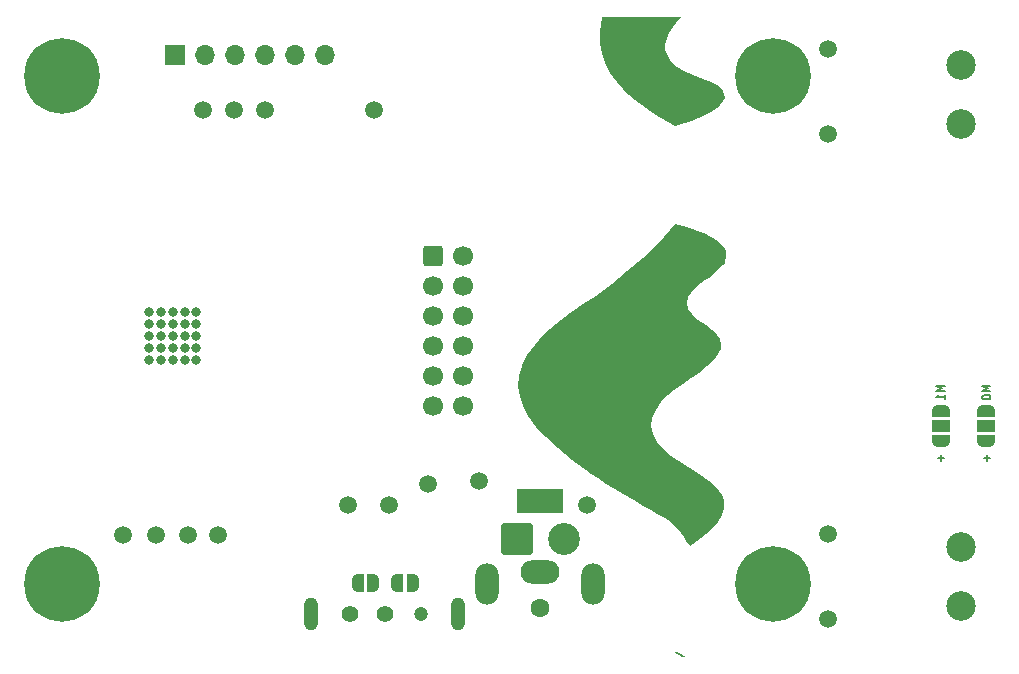
<source format=gbr>
G04 #@! TF.GenerationSoftware,KiCad,Pcbnew,(6.0.9-0)*
G04 #@! TF.CreationDate,2022-12-09T10:21:35+01:00*
G04 #@! TF.ProjectId,muVox,6d75566f-782e-46b6-9963-61645f706362,rc1*
G04 #@! TF.SameCoordinates,Original*
G04 #@! TF.FileFunction,Soldermask,Bot*
G04 #@! TF.FilePolarity,Negative*
%FSLAX46Y46*%
G04 Gerber Fmt 4.6, Leading zero omitted, Abs format (unit mm)*
G04 Created by KiCad (PCBNEW (6.0.9-0)) date 2022-12-09 10:21:35*
%MOMM*%
%LPD*%
G01*
G04 APERTURE LIST*
G04 Aperture macros list*
%AMRoundRect*
0 Rectangle with rounded corners*
0 $1 Rounding radius*
0 $2 $3 $4 $5 $6 $7 $8 $9 X,Y pos of 4 corners*
0 Add a 4 corners polygon primitive as box body*
4,1,4,$2,$3,$4,$5,$6,$7,$8,$9,$2,$3,0*
0 Add four circle primitives for the rounded corners*
1,1,$1+$1,$2,$3*
1,1,$1+$1,$4,$5*
1,1,$1+$1,$6,$7*
1,1,$1+$1,$8,$9*
0 Add four rect primitives between the rounded corners*
20,1,$1+$1,$2,$3,$4,$5,0*
20,1,$1+$1,$4,$5,$6,$7,0*
20,1,$1+$1,$6,$7,$8,$9,0*
20,1,$1+$1,$8,$9,$2,$3,0*%
%AMFreePoly0*
4,1,22,0.500000,-0.750000,0.000000,-0.750000,0.000000,-0.745033,-0.079941,-0.743568,-0.215256,-0.701293,-0.333266,-0.622738,-0.424486,-0.514219,-0.481581,-0.384460,-0.499164,-0.250000,-0.500000,-0.250000,-0.500000,0.250000,-0.499164,0.250000,-0.499963,0.256109,-0.478152,0.396186,-0.417904,0.524511,-0.324060,0.630769,-0.204165,0.706417,-0.067858,0.745374,0.000000,0.744959,0.000000,0.750000,
0.500000,0.750000,0.500000,-0.750000,0.500000,-0.750000,$1*%
%AMFreePoly1*
4,1,20,0.000000,0.744959,0.073905,0.744508,0.209726,0.703889,0.328688,0.626782,0.421226,0.519385,0.479903,0.390333,0.500000,0.250000,0.500000,-0.250000,0.499851,-0.262216,0.476331,-0.402017,0.414519,-0.529596,0.319384,-0.634700,0.198574,-0.708877,0.061801,-0.746166,0.000000,-0.745033,0.000000,-0.750000,-0.500000,-0.750000,-0.500000,0.750000,0.000000,0.750000,0.000000,0.744959,
0.000000,0.744959,$1*%
%AMFreePoly2*
4,1,22,0.550000,-0.750000,0.000000,-0.750000,0.000000,-0.745033,-0.079941,-0.743568,-0.215256,-0.701293,-0.333266,-0.622738,-0.424486,-0.514219,-0.481581,-0.384460,-0.499164,-0.250000,-0.500000,-0.250000,-0.500000,0.250000,-0.499164,0.250000,-0.499963,0.256109,-0.478152,0.396186,-0.417904,0.524511,-0.324060,0.630769,-0.204165,0.706417,-0.067858,0.745374,0.000000,0.744959,0.000000,0.750000,
0.550000,0.750000,0.550000,-0.750000,0.550000,-0.750000,$1*%
%AMFreePoly3*
4,1,20,0.000000,0.744959,0.073905,0.744508,0.209726,0.703889,0.328688,0.626782,0.421226,0.519385,0.479903,0.390333,0.500000,0.250000,0.500000,-0.250000,0.499851,-0.262216,0.476331,-0.402017,0.414519,-0.529596,0.319384,-0.634700,0.198574,-0.708877,0.061801,-0.746166,0.000000,-0.745033,0.000000,-0.750000,-0.550000,-0.750000,-0.550000,0.750000,0.000000,0.750000,0.000000,0.744959,
0.000000,0.744959,$1*%
G04 Aperture macros list end*
%ADD10C,0.175000*%
%ADD11C,1.600000*%
%ADD12R,4.000000X2.000000*%
%ADD13O,3.300000X2.000000*%
%ADD14O,2.000000X3.500000*%
%ADD15RoundRect,0.250000X-0.600000X-0.600000X0.600000X-0.600000X0.600000X0.600000X-0.600000X0.600000X0*%
%ADD16C,1.700000*%
%ADD17C,6.400000*%
%ADD18C,2.500000*%
%ADD19RoundRect,0.250001X-1.099999X-1.099999X1.099999X-1.099999X1.099999X1.099999X-1.099999X1.099999X0*%
%ADD20C,2.700000*%
%ADD21R,1.700000X1.700000*%
%ADD22O,1.700000X1.700000*%
%ADD23C,1.400000*%
%ADD24C,1.200000*%
%ADD25O,1.208000X2.800000*%
%ADD26C,0.800000*%
%ADD27C,1.500000*%
%ADD28FreePoly0,0.000000*%
%ADD29FreePoly1,0.000000*%
%ADD30FreePoly2,270.000000*%
%ADD31R,1.500000X1.000000*%
%ADD32FreePoly3,270.000000*%
%ADD33FreePoly2,90.000000*%
%ADD34FreePoly3,90.000000*%
%ADD35FreePoly0,180.000000*%
%ADD36FreePoly1,180.000000*%
G04 APERTURE END LIST*
D10*
X153491666Y-139008333D02*
X152791666Y-139008333D01*
X153291666Y-139241666D01*
X152791666Y-139475000D01*
X153491666Y-139475000D01*
X153491666Y-140175000D02*
X153491666Y-139775000D01*
X153491666Y-139975000D02*
X152791666Y-139975000D01*
X152891666Y-139908333D01*
X152958333Y-139841666D01*
X152991666Y-139775000D01*
X153175000Y-144883333D02*
X153175000Y-145416666D01*
X153441666Y-145150000D02*
X152908333Y-145150000D01*
X157100000Y-144883333D02*
X157100000Y-145416666D01*
X157366666Y-145150000D02*
X156833333Y-145150000D01*
X157366666Y-139008333D02*
X156666666Y-139008333D01*
X157166666Y-139241666D01*
X156666666Y-139475000D01*
X157366666Y-139475000D01*
X156666666Y-139941666D02*
X156666666Y-140008333D01*
X156700000Y-140075000D01*
X156733333Y-140108333D01*
X156800000Y-140141666D01*
X156933333Y-140175000D01*
X157100000Y-140175000D01*
X157233333Y-140141666D01*
X157300000Y-140108333D01*
X157333333Y-140075000D01*
X157366666Y-140008333D01*
X157366666Y-139941666D01*
X157333333Y-139875000D01*
X157300000Y-139841666D01*
X157233333Y-139808333D01*
X157100000Y-139775000D01*
X156933333Y-139775000D01*
X156800000Y-139808333D01*
X156733333Y-139841666D01*
X156700000Y-139875000D01*
X156666666Y-139941666D01*
G36*
X131662578Y-125593863D02*
G01*
X132348110Y-125799515D01*
X133162688Y-126113043D01*
X133852192Y-126462629D01*
X134397946Y-126836909D01*
X134781273Y-127224524D01*
X134983496Y-127614110D01*
X135014985Y-127883944D01*
X134979028Y-128206410D01*
X134977151Y-128213130D01*
X134919077Y-128429915D01*
X134895015Y-128536996D01*
X134878718Y-128579862D01*
X134745838Y-128747935D01*
X134508905Y-128992238D01*
X134203831Y-129279574D01*
X133866526Y-129576751D01*
X133532902Y-129850574D01*
X133238869Y-130067849D01*
X132903697Y-130308434D01*
X132387983Y-130745109D01*
X132007536Y-131163667D01*
X131788316Y-131537805D01*
X131698582Y-132021927D01*
X131802903Y-132503175D01*
X132104558Y-132976621D01*
X132604424Y-133443636D01*
X133303379Y-133905590D01*
X133439259Y-133990894D01*
X133807407Y-134271345D01*
X134122728Y-134570626D01*
X134219956Y-134684778D01*
X134468946Y-135083843D01*
X134570085Y-135487667D01*
X134517756Y-135905673D01*
X134306340Y-136347286D01*
X133930218Y-136821932D01*
X133383772Y-137339036D01*
X132661384Y-137908022D01*
X131757434Y-138538315D01*
X131696133Y-138579331D01*
X131100540Y-138995064D01*
X130552492Y-139407046D01*
X130093708Y-139782774D01*
X129765911Y-140089748D01*
X129494659Y-140395413D01*
X129020901Y-141086581D01*
X128746259Y-141769711D01*
X128670162Y-142442685D01*
X128792038Y-143103387D01*
X129111317Y-143749700D01*
X129627427Y-144379509D01*
X130339797Y-144990696D01*
X131247856Y-145581145D01*
X132177593Y-146133002D01*
X132954368Y-146633259D01*
X133575320Y-147084648D01*
X134055487Y-147500204D01*
X134409907Y-147892965D01*
X134653616Y-148275969D01*
X134801651Y-148662253D01*
X134829201Y-148780225D01*
X134847073Y-149351671D01*
X134672972Y-149931543D01*
X134304696Y-150524977D01*
X133740039Y-151137115D01*
X133697209Y-151177020D01*
X133299897Y-151526241D01*
X132873353Y-151872413D01*
X132502840Y-152146007D01*
X131908297Y-152551349D01*
X131726656Y-152309196D01*
X131605523Y-152136357D01*
X131407174Y-151834563D01*
X131195015Y-151497322D01*
X130980217Y-151185934D01*
X130681500Y-150857907D01*
X130299051Y-150542819D01*
X129798385Y-150212790D01*
X129145015Y-149839939D01*
X128617358Y-149545619D01*
X127945042Y-149157808D01*
X127198045Y-148716916D01*
X126411908Y-148244643D01*
X125622171Y-147762691D01*
X124864373Y-147292759D01*
X124174055Y-146856550D01*
X123586757Y-146475762D01*
X123138019Y-146172096D01*
X121937525Y-145294272D01*
X120737217Y-144321335D01*
X119726459Y-143382508D01*
X118902193Y-142472823D01*
X118261357Y-141587316D01*
X117800892Y-140721018D01*
X117517738Y-139868963D01*
X117408834Y-139026184D01*
X117471120Y-138187715D01*
X117701536Y-137348589D01*
X117725258Y-137286311D01*
X118153324Y-136428072D01*
X118774711Y-135551459D01*
X119584497Y-134661391D01*
X120577758Y-133762787D01*
X121749572Y-132860568D01*
X123095015Y-131959650D01*
X123951541Y-131395480D01*
X125290576Y-130420596D01*
X126641041Y-129334672D01*
X127955145Y-128178534D01*
X129185100Y-126993006D01*
X130283117Y-125818916D01*
X130706057Y-125338268D01*
X131662578Y-125593863D01*
G37*
G36*
X130685251Y-161519463D02*
G01*
X130873953Y-161586828D01*
X131146079Y-161709397D01*
X131193946Y-161732799D01*
X131429162Y-161860639D01*
X131496591Y-161934759D01*
X131412722Y-161971362D01*
X131255282Y-161944850D01*
X131035671Y-161850554D01*
X130818176Y-161723744D01*
X130663951Y-161600209D01*
X130634153Y-161515738D01*
X130685251Y-161519463D01*
G37*
G36*
X130746291Y-108332564D02*
G01*
X130533761Y-108604485D01*
X130184687Y-109130605D01*
X129962992Y-109616888D01*
X129843095Y-110113782D01*
X129831654Y-110196540D01*
X129819842Y-110496481D01*
X129881902Y-110776163D01*
X130035678Y-111129708D01*
X130345307Y-111600514D01*
X130796256Y-112009197D01*
X131406228Y-112365713D01*
X132195015Y-112684310D01*
X132231292Y-112696818D01*
X133061229Y-113002399D01*
X133711053Y-113285650D01*
X134197457Y-113555790D01*
X134537135Y-113822039D01*
X134746780Y-114093615D01*
X134853900Y-114338165D01*
X134878383Y-114638144D01*
X134746870Y-114932955D01*
X134447494Y-115269221D01*
X134225589Y-115457719D01*
X133704744Y-115802430D01*
X133049419Y-116148735D01*
X132299535Y-116476405D01*
X131495015Y-116765213D01*
X130645015Y-117037943D01*
X129445015Y-116311844D01*
X129338732Y-116247350D01*
X128522418Y-115735530D01*
X127843358Y-115273311D01*
X127261544Y-114830456D01*
X126736966Y-114376730D01*
X126229613Y-113881895D01*
X125717511Y-113319085D01*
X125127198Y-112518752D01*
X124707265Y-111713692D01*
X124443221Y-110874218D01*
X124320577Y-109970644D01*
X124308821Y-109534658D01*
X124331430Y-108942873D01*
X124393058Y-108439617D01*
X124517661Y-107776639D01*
X131197316Y-107776639D01*
X130746291Y-108332564D01*
G37*
D11*
X119260100Y-157789300D03*
D12*
X119260100Y-148789300D03*
D13*
X119260100Y-154789300D03*
D14*
X114760100Y-155789300D03*
X123760100Y-155789300D03*
D15*
X110187600Y-128004300D03*
D16*
X112727600Y-128004300D03*
X110187600Y-130544300D03*
X112727600Y-130544300D03*
X110187600Y-133084300D03*
X112727600Y-133084300D03*
X110187600Y-135624300D03*
X112727600Y-135624300D03*
X110187600Y-138164300D03*
X112727600Y-138164300D03*
X110187600Y-140704300D03*
X112727600Y-140704300D03*
D17*
X78770100Y-155779300D03*
D18*
X154840100Y-157629300D03*
X154840100Y-152629300D03*
D19*
X117270100Y-151954300D03*
D20*
X121230100Y-151954300D03*
D17*
X78770100Y-112759300D03*
D21*
X88290100Y-110979300D03*
D22*
X90830100Y-110979300D03*
X93370100Y-110979300D03*
X95910100Y-110979300D03*
X98450100Y-110979300D03*
X100990100Y-110979300D03*
D23*
X103120400Y-158362800D03*
X106120400Y-158362800D03*
D24*
X109120400Y-158362800D03*
D25*
X99820400Y-158362800D03*
X112320400Y-158362800D03*
D17*
X139000000Y-112759300D03*
D26*
X87140100Y-134810550D03*
X86140100Y-132810550D03*
X86140100Y-135810550D03*
X89140100Y-133810550D03*
X87140100Y-133810550D03*
X88140100Y-135810550D03*
X89140100Y-136810550D03*
X87140100Y-132810550D03*
X86140100Y-134810550D03*
X90140100Y-136810550D03*
X89140100Y-134810550D03*
X86140100Y-133810550D03*
X88140100Y-133810550D03*
X89140100Y-132810550D03*
X90140100Y-133810550D03*
X88140100Y-134810550D03*
X90140100Y-132810550D03*
X88140100Y-136810550D03*
X89140100Y-135810550D03*
X87140100Y-135810550D03*
X86140100Y-136810550D03*
X87140100Y-136810550D03*
X90140100Y-134810550D03*
X90140100Y-135810550D03*
X88140100Y-132810550D03*
D18*
X154890100Y-111829300D03*
X154890100Y-116829300D03*
D17*
X139000000Y-155779300D03*
D27*
X114046000Y-147066000D03*
X143600000Y-110500000D03*
D28*
X103796200Y-155727400D03*
D29*
X105096200Y-155727400D03*
D27*
X89448000Y-151638000D03*
X91948000Y-151638000D03*
X86698000Y-151638000D03*
X90740100Y-115679300D03*
X95940100Y-115679300D03*
X102969500Y-149098000D03*
X123190000Y-149098000D03*
X93340100Y-115679300D03*
X143600000Y-151600000D03*
D30*
X153197600Y-141129300D03*
D31*
X153197600Y-142429300D03*
D32*
X153197600Y-143729300D03*
D27*
X105140100Y-115679300D03*
D33*
X156982600Y-143729300D03*
D31*
X156982600Y-142429300D03*
D34*
X156982600Y-141129300D03*
D35*
X108446200Y-155727400D03*
D36*
X107146200Y-155727400D03*
D27*
X106426000Y-149098000D03*
X83948000Y-151638000D03*
X143600000Y-158800000D03*
X109728000Y-147320000D03*
X143600000Y-117700000D03*
M02*

</source>
